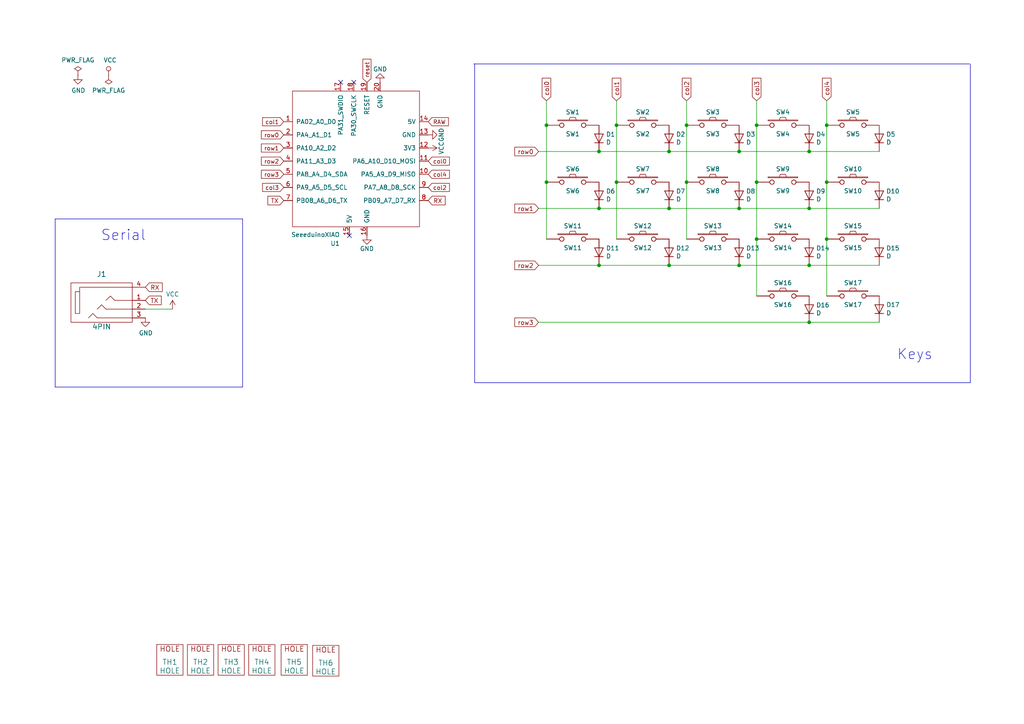
<source format=kicad_sch>
(kicad_sch (version 20230121) (generator eeschema)
  (paper "A4")
  (lib_symbols
    (symbol "Seeeduino XIAO:SeeeduinoXIAO" (pin_names (offset 1.016))
      (property "Reference" "U" (at -19.05 22.86 0))
      (property "Value" "SeeeduinoXIAO" (at -12.7 21.59 0))
      (symbol "SeeeduinoXIAO_0_1"
        (rectangle (start -19.05 20.32) (end 17.78 -19.05))
      )
      (symbol "SeeeduinoXIAO_1_1"
        (pin unspecified line (at -21.59 11.43 0) (length 2.54) (name "PA02_A0_D0") (number "1"))
        (pin unspecified line (at 20.32 -3.81 180) (length 2.54) (name "PA5_A9_D9_MISO") (number "10"))
        (pin unspecified line (at 20.32 0 180) (length 2.54) (name "PA6_A10_D10_MOSI") (number "11"))
        (pin unspecified line (at 20.32 3.81 180) (length 2.54) (name "3V3") (number "12"))
        (pin unspecified line (at 20.32 7.62 180) (length 2.54) (name "GND") (number "13"))
        (pin unspecified line (at 20.32 11.43 180) (length 2.54) (name "5V") (number "14"))
        (pin input line (at -2.54 -21.59 90) (length 2.54) (name "5V") (number "15"))
        (pin input line (at 2.54 -21.59 90) (length 2.54) (name "GND") (number "16"))
        (pin input line (at -5.08 22.86 270) (length 2.54) (name "PA31_SWDIO") (number "17"))
        (pin input line (at -1.27 22.86 270) (length 2.54) (name "PA30_SWCLK") (number "18"))
        (pin input line (at 2.54 22.86 270) (length 2.54) (name "RESET") (number "19"))
        (pin unspecified line (at -21.59 7.62 0) (length 2.54) (name "PA4_A1_D1") (number "2"))
        (pin input line (at 6.35 22.86 270) (length 2.54) (name "GND") (number "20"))
        (pin unspecified line (at -21.59 3.81 0) (length 2.54) (name "PA10_A2_D2") (number "3"))
        (pin unspecified line (at -21.59 0 0) (length 2.54) (name "PA11_A3_D3") (number "4"))
        (pin unspecified line (at -21.59 -3.81 0) (length 2.54) (name "PA8_A4_D4_SDA") (number "5"))
        (pin unspecified line (at -21.59 -7.62 0) (length 2.54) (name "PA9_A5_D5_SCL") (number "6"))
        (pin unspecified line (at -21.59 -11.43 0) (length 2.54) (name "PB08_A6_D6_TX") (number "7"))
        (pin unspecified line (at 20.32 -11.43 180) (length 2.54) (name "PB09_A7_D7_RX") (number "8"))
        (pin unspecified line (at 20.32 -7.62 180) (length 2.54) (name "PA7_A8_D8_SCK") (number "9"))
      )
    )
    (symbol "SofleKeyboard-rescue:D-Lily58-cache-Lily58_Pro-rescue" (pin_numbers hide) (pin_names (offset 1.016) hide)
      (property "Reference" "D" (at 0 2.54 0))
      (property "Value" "D-Lily58-cache-Lily58_Pro-rescue" (at 0 -2.54 0))
      (symbol "D-Lily58-cache-Lily58_Pro-rescue_0_1"
        (polyline (pts (xy -1.27 1.27) (xy -1.27 -1.27)) (stroke (width 0.2032)))
        (polyline (pts (xy 1.27 0) (xy -1.27 0)))
        (polyline (pts (xy 1.27 1.27) (xy 1.27 -1.27) (xy -1.27 0) (xy 1.27 1.27)) (stroke (width 0.2032)))
      )
      (symbol "D-Lily58-cache-Lily58_Pro-rescue_1_1"
        (pin passive line (at -3.81 0 0) (length 2.54) (name "K") (number "1"))
        (pin passive line (at 3.81 0 180) (length 2.54) (name "A") (number "2"))
      )
    )
    (symbol "SofleKeyboard-rescue:GND-Lily58-cache-Lily58_Pro-rescue" (power) (pin_names (offset 0))
      (property "Value" "GND-Lily58-cache-Lily58_Pro-rescue" (at 0 -3.81 0))
      (symbol "GND-Lily58-cache-Lily58_Pro-rescue_1_1"
        (polyline (pts (xy 0 0) (xy 0 -1.27) (xy 1.27 -1.27) (xy 0 -2.54) (xy -1.27 -1.27) (xy 0 -1.27)))
        (pin power_in line (at 0 0 0) (length 0) hide (name "GND") (number "1"))
      )
    )
    (symbol "SofleKeyboard-rescue:HOLE-Lily58-cache-Lily58_Pro-rescue" (pin_names (offset 1.016))
      (property "Reference" "U" (at 0 0 0))
      (property "Value" "HOLE-Lily58-cache-Lily58_Pro-rescue" (at 0 -5.08 0))
      (symbol "HOLE-Lily58-cache-Lily58_Pro-rescue_0_0"
        (text "HOLE" (at 0 3.81 0) (effects (font (size 1.524 1.524))))
      )
      (symbol "HOLE-Lily58-cache-Lily58_Pro-rescue_0_1"
        (rectangle (start 3.81 5.08) (end -3.81 -3.81))
      )
    )
    (symbol "SofleKeyboard-rescue:MJ-4PP-9-Lily58-cache-Lily58_Pro-rescue" (pin_names (offset 1.016))
      (property "Reference" "J" (at -8.89 -7.62 0))
      (property "Value" "MJ-4PP-9-Lily58-cache-Lily58_Pro-rescue" (at -3.81 6.35 0))
      (symbol "MJ-4PP-9-Lily58-cache-Lily58_Pro-rescue_0_1"
        (rectangle (start -7.62 2.54) (end -8.89 -3.81))
        (polyline (pts (xy 2.54 0) (xy 7.62 0)))
        (polyline (pts (xy -2.54 -5.08) (xy 7.62 -5.08) (xy 7.62 -5.08)))
        (polyline (pts (xy 0 -2.54) (xy -1.27 -1.27) (xy -2.54 -2.54)))
        (polyline (pts (xy 0 0) (xy 1.27 1.27) (xy 2.54 0)))
        (polyline (pts (xy 7.62 3.81) (xy -7.62 3.81) (xy -7.62 2.54)))
        (polyline (pts (xy -2.54 -5.08) (xy -3.81 -3.81) (xy -5.08 -5.08) (xy -5.08 -5.08)))
        (polyline (pts (xy 0 -2.54) (xy 7.62 -2.54) (xy 7.62 -2.54) (xy 7.62 -2.54)))
        (rectangle (start 7.62 -6.35) (end -10.16 5.08))
      )
      (symbol "MJ-4PP-9-Lily58-cache-Lily58_Pro-rescue_1_1"
        (pin passive line (at 11.43 0 180) (length 3.81) (name "~") (number "1"))
        (pin passive line (at 11.43 -2.54 180) (length 3.81) (name "~") (number "2"))
        (pin passive line (at 11.43 -5.08 180) (length 3.81) (name "~") (number "3"))
        (pin passive line (at 11.43 3.81 180) (length 3.81) (name "~") (number "4"))
      )
    )
    (symbol "SofleKeyboard-rescue:PWR_FLAG-Lily58-cache-Lily58_Pro-rescue" (power) (pin_numbers hide) (pin_names (offset 0) hide)
      (property "Value" "PWR_FLAG-Lily58-cache-Lily58_Pro-rescue" (at 0 3.81 0))
      (symbol "PWR_FLAG-Lily58-cache-Lily58_Pro-rescue_0_0"
        (pin power_out line (at 0 0 90) (length 0) (name "pwr") (number "1"))
      )
      (symbol "PWR_FLAG-Lily58-cache-Lily58_Pro-rescue_0_1"
        (polyline (pts (xy 0 0) (xy 0 1.27) (xy -1.016 1.905) (xy 0 2.54) (xy 1.016 1.905) (xy 0 1.27)))
      )
    )
    (symbol "SofleKeyboard-rescue:SW_PUSH-Lily58-cache-Lily58_Pro-rescue" (pin_numbers hide) (pin_names (offset 1.016) hide)
      (property "Reference" "SW" (at 3.81 2.794 0))
      (property "Value" "SW_PUSH-Lily58-cache-Lily58_Pro-rescue" (at 0 -2.032 0))
      (symbol "SW_PUSH-Lily58-cache-Lily58_Pro-rescue_0_1"
        (rectangle (start -4.318 1.27) (end 4.318 1.524))
        (polyline (pts (xy -1.016 1.524) (xy -0.762 2.286) (xy 0.762 2.286) (xy 1.016 1.524)))
        (pin passive inverted (at -7.62 0 0) (length 5.08) (name "1") (number "1"))
        (pin passive inverted (at 7.62 0 180) (length 5.08) (name "2") (number "2"))
      )
    )
    (symbol "SofleKeyboard-rescue:VCC-Lily58-cache-Lily58_Pro-rescue" (power) (pin_names (offset 0))
      (property "Value" "VCC-Lily58-cache-Lily58_Pro-rescue" (at 0 3.81 0))
      (symbol "VCC-Lily58-cache-Lily58_Pro-rescue_0_1"
        (polyline (pts (xy 0 0) (xy 0 1.27)))
        (circle (center 0 1.905) (radius 0.635))
      )
      (symbol "VCC-Lily58-cache-Lily58_Pro-rescue_1_1"
        (pin power_in line (at 0 0 90) (length 0) hide (name "VCC") (number "1"))
      )
    )
    (symbol "power:GND" (power) (pin_names (offset 0))
      (property "Value" "GND" (at 0 -3.81 0))
      (symbol "GND_0_1"
        (polyline (pts (xy 0 0) (xy 0 -1.27) (xy 1.27 -1.27) (xy 0 -2.54) (xy -1.27 -1.27) (xy 0 -1.27)))
      )
      (symbol "GND_1_1"
        (pin power_in line (at 0 0 270) (length 0) hide (name "GND") (number "1"))
      )
    )
    (symbol "power:VCC" (power) (pin_names (offset 0))
      (property "Value" "VCC" (at 0 3.81 0))
      (symbol "VCC_0_1"
        (polyline (pts (xy -0.762 1.27) (xy 0 2.54)))
        (polyline (pts (xy 0 0) (xy 0 2.54)))
        (polyline (pts (xy 0 2.54) (xy 0.762 1.27)))
      )
      (symbol "VCC_1_1"
        (pin power_in line (at 0 0 90) (length 0) hide (name "VCC") (number "1"))
      )
    )
  )
  (junction (at 219.456 52.832))
  (junction (at 173.736 76.962))
  (junction (at 173.736 43.942))
  (junction (at 158.496 52.832))
  (junction (at 239.776 36.322))
  (junction (at 173.736 60.452))
  (junction (at 194.056 60.452))
  (junction (at 239.776 69.342))
  (junction (at 234.696 43.942))
  (junction (at 239.776 52.832))
  (junction (at 214.376 43.942))
  (junction (at 199.136 52.832))
  (junction (at 178.816 52.832))
  (junction (at 219.456 69.342))
  (junction (at 234.696 60.452))
  (junction (at 178.816 36.322))
  (junction (at 234.696 93.472))
  (junction (at 214.376 76.962))
  (junction (at 194.056 43.942))
  (junction (at 214.376 60.452))
  (junction (at 219.456 36.322))
  (junction (at 158.496 36.322))
  (junction (at 194.056 76.962))
  (junction (at 234.696 76.962))
  (junction (at 199.136 36.322))
  (no_connect (at 102.616 23.876))
  (no_connect (at 101.346 68.326))
  (no_connect (at 98.806 23.876))
  (wire (pts (xy 173.736 76.962) (xy 194.056 76.962)))
  (polyline (pts (xy 137.414 18.542) (xy 281.178 18.542)))
  (wire (pts (xy 178.816 29.21) (xy 178.816 36.322)))
  (wire (pts (xy 158.496 29.21) (xy 158.496 36.322)))
  (wire (pts (xy 214.376 60.452) (xy 234.696 60.452)))
  (wire (pts (xy 156.21 43.942) (xy 173.736 43.942)))
  (wire (pts (xy 214.376 76.962) (xy 234.696 76.962)))
  (wire (pts (xy 173.736 43.942) (xy 194.056 43.942)))
  (polyline (pts (xy 16.002 63.5) (xy 70.358 63.5)))
  (polyline (pts (xy 16.002 112.268) (xy 16.002 63.5)))
  (wire (pts (xy 234.696 60.452) (xy 255.016 60.452)))
  (polyline (pts (xy 281.432 18.542) (xy 281.432 110.998)))
  (wire (pts (xy 234.696 93.472) (xy 255.016 93.472)))
  (polyline (pts (xy 70.358 63.5) (xy 70.358 112.268)))
  (wire (pts (xy 158.496 52.832) (xy 158.496 69.342)))
  (wire (pts (xy 194.056 43.942) (xy 214.376 43.942)))
  (wire (pts (xy 194.056 60.452) (xy 214.376 60.452)))
  (polyline (pts (xy 70.358 112.268) (xy 16.002 112.268)))
  (wire (pts (xy 178.816 52.832) (xy 178.816 69.342)))
  (wire (pts (xy 178.816 36.322) (xy 178.816 52.832)))
  (wire (pts (xy 199.136 29.21) (xy 199.136 36.322)))
  (polyline (pts (xy 281.432 110.998) (xy 137.668 110.998)))
  (wire (pts (xy 239.776 29.21) (xy 239.776 36.322)))
  (wire (pts (xy 156.21 60.452) (xy 173.736 60.452)))
  (wire (pts (xy 158.496 36.322) (xy 158.496 52.832)))
  (wire (pts (xy 234.696 43.942) (xy 255.016 43.942)))
  (polyline (pts (xy 137.668 18.542) (xy 137.668 110.998)))
  (wire (pts (xy 199.136 52.832) (xy 199.136 69.342)))
  (wire (pts (xy 234.696 76.962) (xy 255.016 76.962)))
  (wire (pts (xy 42.164 89.662) (xy 50.038 89.662)))
  (wire (pts (xy 219.456 36.322) (xy 219.456 52.832)))
  (wire (pts (xy 156.21 76.962) (xy 173.736 76.962)))
  (wire (pts (xy 219.456 69.342) (xy 219.456 85.852)))
  (wire (pts (xy 239.776 69.342) (xy 239.776 85.852)))
  (wire (pts (xy 214.376 43.942) (xy 234.696 43.942)))
  (wire (pts (xy 156.21 93.472) (xy 234.696 93.472)))
  (wire (pts (xy 173.736 60.452) (xy 194.056 60.452)))
  (wire (pts (xy 239.776 36.322) (xy 239.776 52.832)))
  (wire (pts (xy 219.456 29.21) (xy 219.456 36.322)))
  (wire (pts (xy 239.776 52.832) (xy 239.776 69.342)))
  (wire (pts (xy 194.056 76.962) (xy 214.376 76.962)))
  (wire (pts (xy 199.136 36.322) (xy 199.136 52.832)))
  (wire (pts (xy 219.456 52.832) (xy 219.456 69.342)))
  (text "Keys" (at 260.096 104.648 0) (effects (font (size 2.9972 2.9972)) (justify left bottom)))
  (text "Serial" (at 29.21 70.104 0) (effects (font (size 2.9972 2.9972)) (justify left bottom)))
  (global_label "row2" (shape input) (at 156.21 76.962 180) (property "Intersheetrefs" "${INTERSHEET_REFS}" (effects hide)))
  (global_label "reset" (shape input) (at 106.426 23.876 90) (effects (font (size 1.1938 1.1938))) (property "Intersheetrefs" "${INTERSHEET_REFS}" (effects hide)))
  (global_label "RX" (shape input) (at 42.164 83.312 0) (property "Intersheetrefs" "${INTERSHEET_REFS}" (effects hide)))
  (global_label "RAW" (shape input) (at 124.206 35.306 0) (effects (font (size 1.1938 1.1938))) (property "Intersheetrefs" "${INTERSHEET_REFS}" (effects hide)))
  (global_label "col2" (shape input) (at 124.206 54.356 0) (effects (font (size 1.1938 1.1938))) (property "Intersheetrefs" "${INTERSHEET_REFS}" (effects hide)))
  (global_label "RX" (shape input) (at 124.206 58.166 0) (property "Intersheetrefs" "${INTERSHEET_REFS}" (effects hide)))
  (global_label "row1" (shape input) (at 82.296 42.926 180) (effects (font (size 1.1938 1.1938))) (property "Intersheetrefs" "${INTERSHEET_REFS}" (effects hide)))
  (global_label "row2" (shape input) (at 82.296 46.736 180) (effects (font (size 1.1938 1.1938))) (property "Intersheetrefs" "${INTERSHEET_REFS}" (effects hide)))
  (global_label "TX" (shape input) (at 82.296 58.166 180) (property "Intersheetrefs" "${INTERSHEET_REFS}" (effects hide)))
  (global_label "row3" (shape input) (at 156.21 93.472 180) (property "Intersheetrefs" "${INTERSHEET_REFS}" (effects hide)))
  (global_label "col4" (shape input) (at 124.206 50.546 0) (effects (font (size 1.1938 1.1938))) (property "Intersheetrefs" "${INTERSHEET_REFS}" (effects hide)))
  (global_label "row0" (shape input) (at 156.21 43.942 180) (property "Intersheetrefs" "${INTERSHEET_REFS}" (effects hide)))
  (global_label "row1" (shape input) (at 156.21 60.452 180) (property "Intersheetrefs" "${INTERSHEET_REFS}" (effects hide)))
  (global_label "row3" (shape input) (at 82.296 50.546 180) (effects (font (size 1.1938 1.1938))) (property "Intersheetrefs" "${INTERSHEET_REFS}" (effects hide)))
  (global_label "TX" (shape input) (at 42.164 87.122 0) (property "Intersheetrefs" "${INTERSHEET_REFS}" (effects hide)))
  (global_label "col3" (shape input) (at 219.456 29.21 90) (property "Intersheetrefs" "${INTERSHEET_REFS}" (effects hide)))
  (global_label "col2" (shape input) (at 199.136 29.21 90) (property "Intersheetrefs" "${INTERSHEET_REFS}" (effects hide)))
  (global_label "col3" (shape input) (at 82.296 54.356 180) (effects (font (size 1.1938 1.1938))) (property "Intersheetrefs" "${INTERSHEET_REFS}" (effects hide)))
  (global_label "col4" (shape input) (at 239.776 29.21 90) (property "Intersheetrefs" "${INTERSHEET_REFS}" (effects hide)))
  (global_label "col0" (shape input) (at 124.206 46.736 0) (effects (font (size 1.1938 1.1938))) (property "Intersheetrefs" "${INTERSHEET_REFS}" (effects hide)))
  (global_label "col1" (shape input) (at 178.816 29.21 90) (property "Intersheetrefs" "${INTERSHEET_REFS}" (effects hide)))
  (global_label "row0" (shape input) (at 82.296 39.116 180) (effects (font (size 1.1938 1.1938))) (property "Intersheetrefs" "${INTERSHEET_REFS}" (effects hide)))
  (global_label "col1" (shape input) (at 82.296 35.306 180) (effects (font (size 1.1938 1.1938))) (property "Intersheetrefs" "${INTERSHEET_REFS}" (effects hide)))
  (global_label "col0" (shape input) (at 158.496 29.21 90) (property "Intersheetrefs" "${INTERSHEET_REFS}" (effects hide)))
  (symbol (lib_id "SofleKeyboard-rescue:SW_PUSH-Lily58-cache-Lily58_Pro-rescue") (at 166.116 36.322 0) (unit 1)
    (property "Reference" "SW1" (at 166.116 32.512 0))
    (property "Value" "SW1" (at 166.116 38.862 0))
    (property "Footprint" "jw_custom_footprint:Kailh_Choc_PG1350_Hotswap_reversible" (effects hide))
  )
  (symbol (lib_id "SofleKeyboard-rescue:SW_PUSH-Lily58-cache-Lily58_Pro-rescue") (at 186.436 36.322 0) (unit 1)
    (property "Reference" "SW2" (at 186.436 32.512 0))
    (property "Value" "SW2" (at 186.436 38.862 0))
    (property "Footprint" "jw_custom_footprint:Kailh_Choc_PG1350_Hotswap_reversible" (effects hide))
  )
  (symbol (lib_id "SofleKeyboard-rescue:SW_PUSH-Lily58-cache-Lily58_Pro-rescue") (at 206.756 36.322 0) (unit 1)
    (property "Reference" "SW3" (at 206.756 32.512 0))
    (property "Value" "SW3" (at 206.756 38.862 0))
    (property "Footprint" "jw_custom_footprint:Kailh_Choc_PG1350_Hotswap_reversible" (effects hide))
  )
  (symbol (lib_id "SofleKeyboard-rescue:SW_PUSH-Lily58-cache-Lily58_Pro-rescue") (at 227.076 36.322 0) (unit 1)
    (property "Reference" "SW4" (at 227.076 32.512 0))
    (property "Value" "SW4" (at 227.076 38.862 0))
    (property "Footprint" "jw_custom_footprint:Kailh_Choc_PG1350_Hotswap_reversible" (effects hide))
  )
  (symbol (lib_id "SofleKeyboard-rescue:SW_PUSH-Lily58-cache-Lily58_Pro-rescue") (at 247.396 36.322 0) (unit 1)
    (property "Reference" "SW5" (at 247.396 32.512 0))
    (property "Value" "SW5" (at 247.396 38.862 0))
    (property "Footprint" "jw_custom_footprint:Kailh_Choc_PG1350_Hotswap_reversible" (effects hide))
  )
  (symbol (lib_id "SofleKeyboard-rescue:D-Lily58-cache-Lily58_Pro-rescue") (at 173.736 40.132 90) (unit 1)
    (property "Reference" "D1" (at 175.7426 38.9636 90) (effects (justify right)))
    (property "Value" "D" (at 175.7426 41.275 90) (effects (justify right)))
    (property "Footprint" "jw_custom_footprint:Diode_SOD123_wo_THT" (effects hide))
  )
  (symbol (lib_id "SofleKeyboard-rescue:D-Lily58-cache-Lily58_Pro-rescue") (at 194.056 40.132 90) (unit 1)
    (property "Reference" "D2" (at 196.0626 38.9636 90) (effects (justify right)))
    (property "Value" "D" (at 196.0626 41.275 90) (effects (justify right)))
    (property "Footprint" "jw_custom_footprint:Diode_SOD123_wo_THT" (effects hide))
  )
  (symbol (lib_id "SofleKeyboard-rescue:D-Lily58-cache-Lily58_Pro-rescue") (at 214.376 40.132 90) (unit 1)
    (property "Reference" "D3" (at 216.3826 38.9636 90) (effects (justify right)))
    (property "Value" "D" (at 216.3826 41.275 90) (effects (justify right)))
    (property "Footprint" "jw_custom_footprint:Diode_SOD123_wo_THT" (effects hide))
  )
  (symbol (lib_id "SofleKeyboard-rescue:D-Lily58-cache-Lily58_Pro-rescue") (at 234.696 40.132 90) (unit 1)
    (property "Reference" "D4" (at 236.7026 38.9636 90) (effects (justify right)))
    (property "Value" "D" (at 236.7026 41.275 90) (effects (justify right)))
    (property "Footprint" "jw_custom_footprint:Diode_SOD123_wo_THT" (effects hide))
  )
  (symbol (lib_id "SofleKeyboard-rescue:D-Lily58-cache-Lily58_Pro-rescue") (at 255.016 40.132 90) (unit 1)
    (property "Reference" "D5" (at 257.0226 38.9636 90) (effects (justify right)))
    (property "Value" "D" (at 257.0226 41.275 90) (effects (justify right)))
    (property "Footprint" "jw_custom_footprint:Diode_SOD123_wo_THT" (effects hide))
  )
  (symbol (lib_id "SofleKeyboard-rescue:D-Lily58-cache-Lily58_Pro-rescue") (at 173.736 56.642 90) (unit 1)
    (property "Reference" "D6" (at 175.7426 55.4736 90) (effects (justify right)))
    (property "Value" "D" (at 175.7426 57.785 90) (effects (justify right)))
    (property "Footprint" "jw_custom_footprint:Diode_SOD123_wo_THT" (effects hide))
  )
  (symbol (lib_id "SofleKeyboard-rescue:D-Lily58-cache-Lily58_Pro-rescue") (at 194.056 56.642 90) (unit 1)
    (property "Reference" "D7" (at 196.0626 55.4736 90) (effects (justify right)))
    (property "Value" "D" (at 196.0626 57.785 90) (effects (justify right)))
    (property "Footprint" "jw_custom_footprint:Diode_SOD123_wo_THT" (effects hide))
  )
  (symbol (lib_id "SofleKeyboard-rescue:D-Lily58-cache-Lily58_Pro-rescue") (at 214.376 56.642 90) (unit 1)
    (property "Reference" "D8" (at 216.3826 55.4736 90) (effects (justify right)))
    (property "Value" "D" (at 216.3826 57.785 90) (effects (justify right)))
    (property "Footprint" "jw_custom_footprint:Diode_SOD123_wo_THT" (effects hide))
  )
  (symbol (lib_id "SofleKeyboard-rescue:D-Lily58-cache-Lily58_Pro-rescue") (at 234.696 56.642 90) (unit 1)
    (property "Reference" "D9" (at 236.7026 55.4736 90) (effects (justify right)))
    (property "Value" "D" (at 236.7026 57.785 90) (effects (justify right)))
    (property "Footprint" "jw_custom_footprint:Diode_SOD123_wo_THT" (effects hide))
  )
  (symbol (lib_id "SofleKeyboard-rescue:D-Lily58-cache-Lily58_Pro-rescue") (at 255.016 56.642 90) (unit 1)
    (property "Reference" "D10" (at 257.0226 55.4736 90) (effects (justify right)))
    (property "Value" "D" (at 257.0226 57.785 90) (effects (justify right)))
    (property "Footprint" "jw_custom_footprint:Diode_SOD123_wo_THT" (effects hide))
  )
  (symbol (lib_id "SofleKeyboard-rescue:D-Lily58-cache-Lily58_Pro-rescue") (at 173.736 73.152 90) (unit 1)
    (property "Reference" "D11" (at 175.7426 71.9836 90) (effects (justify right)))
    (property "Value" "D" (at 175.7426 74.295 90) (effects (justify right)))
    (property "Footprint" "jw_custom_footprint:Diode_SOD123_wo_THT" (effects hide))
  )
  (symbol (lib_id "SofleKeyboard-rescue:D-Lily58-cache-Lily58_Pro-rescue") (at 194.056 73.152 90) (unit 1)
    (property "Reference" "D12" (at 196.0626 71.9836 90) (effects (justify right)))
    (property "Value" "D" (at 196.0626 74.295 90) (effects (justify right)))
    (property "Footprint" "jw_custom_footprint:Diode_SOD123_wo_THT" (effects hide))
  )
  (symbol (lib_id "SofleKeyboard-rescue:D-Lily58-cache-Lily58_Pro-rescue") (at 214.376 73.152 90) (unit 1)
    (property "Reference" "D13" (at 216.3826 71.9836 90) (effects (justify right)))
    (property "Value" "D" (at 216.3826 74.295 90) (effects (justify right)))
    (property "Footprint" "jw_custom_footprint:Diode_SOD123_wo_THT" (effects hide))
  )
  (symbol (lib_id "SofleKeyboard-rescue:D-Lily58-cache-Lily58_Pro-rescue") (at 234.696 73.152 90) (unit 1)
    (property "Reference" "D14" (at 236.7026 71.9836 90) (effects (justify right)))
    (property "Value" "D" (at 236.7026 74.295 90) (effects (justify right)))
    (property "Footprint" "jw_custom_footprint:Diode_SOD123_wo_THT" (effects hide))
  )
  (symbol (lib_id "SofleKeyboard-rescue:D-Lily58-cache-Lily58_Pro-rescue") (at 255.016 73.152 90) (unit 1)
    (property "Reference" "D15" (at 257.0226 71.9836 90) (effects (justify right)))
    (property "Value" "D" (at 257.0226 74.295 90) (effects (justify right)))
    (property "Footprint" "jw_custom_footprint:Diode_SOD123_wo_THT" (effects hide))
  )
  (symbol (lib_id "SofleKeyboard-rescue:D-Lily58-cache-Lily58_Pro-rescue") (at 255.016 89.662 90) (unit 1)
    (property "Reference" "D17" (at 257.048 88.392 90) (effects (justify right)))
    (property "Value" "D" (at 257.0226 90.805 90) (effects (justify right)))
    (property "Footprint" "jw_custom_footprint:Diode_SOD123_wo_THT" (effects hide))
  )
  (symbol (lib_id "SofleKeyboard-rescue:PWR_FLAG-Lily58-cache-Lily58_Pro-rescue") (at 22.606 21.844 0) (unit 1)
    (property "Reference" "#FLG01" (effects hide))
    (property "Value" "PWR_FLAG" (at 22.606 17.4244 0))
  )
  (symbol (lib_id "SofleKeyboard-rescue:GND-Lily58-cache-Lily58_Pro-rescue") (at 22.606 21.844 0) (unit 1)
    (property "Reference" "#PWR01" (effects hide))
    (property "Value" "GND" (at 22.733 26.2382 0))
  )
  (symbol (lib_id "SofleKeyboard-rescue:VCC-Lily58-cache-Lily58_Pro-rescue") (at 31.496 21.844 0) (unit 1)
    (property "Reference" "#PWR02" (effects hide))
    (property "Value" "VCC" (at 31.9278 17.4498 0))
  )
  (symbol (lib_id "SofleKeyboard-rescue:PWR_FLAG-Lily58-cache-Lily58_Pro-rescue") (at 31.496 21.844 180) (unit 1)
    (property "Reference" "#FLG02" (effects hide))
    (property "Value" "PWR_FLAG" (at 31.496 26.2382 0))
  )
  (symbol (lib_id "SofleKeyboard-rescue:SW_PUSH-Lily58-cache-Lily58_Pro-rescue") (at 247.396 85.852 0) (unit 1)
    (property "Reference" "SW17" (at 247.396 82.042 0))
    (property "Value" "SW17" (at 247.396 88.392 0))
    (property "Footprint" "jw_custom_footprint:Kailh_Choc_PG1350_Hotswap_reversible" (effects hide))
  )
  (symbol (lib_id "SofleKeyboard-rescue:SW_PUSH-Lily58-cache-Lily58_Pro-rescue") (at 206.756 52.832 0) (unit 1)
    (property "Reference" "SW8" (at 206.756 49.022 0))
    (property "Value" "SW8" (at 206.756 55.372 0))
    (property "Footprint" "jw_custom_footprint:Kailh_Choc_PG1350_Hotswap_reversible" (effects hide))
  )
  (symbol (lib_id "SofleKeyboard-rescue:SW_PUSH-Lily58-cache-Lily58_Pro-rescue") (at 227.076 52.832 0) (unit 1)
    (property "Reference" "SW9" (at 227.076 49.022 0))
    (property "Value" "SW9" (at 227.076 55.372 0))
    (property "Footprint" "jw_custom_footprint:Kailh_Choc_PG1350_Hotswap_reversible" (effects hide))
  )
  (symbol (lib_id "SofleKeyboard-rescue:SW_PUSH-Lily58-cache-Lily58_Pro-rescue") (at 247.396 69.342 0) (unit 1)
    (property "Reference" "SW15" (at 247.396 65.532 0))
    (property "Value" "SW15" (at 247.396 71.882 0))
    (property "Footprint" "jw_custom_footprint:Kailh_Choc_PG1350_Hotswap_reversible" (effects hide))
  )
  (symbol (lib_id "SofleKeyboard-rescue:HOLE-Lily58-cache-Lily58_Pro-rescue") (at 75.946 192.024 0) (unit 1)
    (property "Reference" "TH4" (at 75.946 192.024 0) (effects (font (size 1.524 1.524))))
    (property "Value" "HOLE" (at 75.946 194.564 0) (effects (font (size 1.524 1.524))))
    (property "Footprint" "MountingHole:MountingHole_3.2mm_M3" (effects hide))
  )
  (symbol (lib_id "SofleKeyboard-rescue:HOLE-Lily58-cache-Lily58_Pro-rescue") (at 67.056 192.024 0) (unit 1)
    (property "Reference" "TH3" (at 67.056 192.024 0) (effects (font (size 1.524 1.524))))
    (property "Value" "HOLE" (at 67.056 194.564 0) (effects (font (size 1.524 1.524))))
    (property "Footprint" "MountingHole:MountingHole_3.2mm_M3" (effects hide))
  )
  (symbol (lib_id "power:GND") (at 124.206 39.116 90) (unit 1)
    (property "Reference" "#PWR016" (effects hide))
    (property "Value" "GND" (at 128.016 39.116 0))
  )
  (symbol (lib_id "SofleKeyboard-rescue:SW_PUSH-Lily58-cache-Lily58_Pro-rescue") (at 186.436 69.342 0) (unit 1)
    (property "Reference" "SW12" (at 186.436 65.532 0))
    (property "Value" "SW12" (at 186.436 71.882 0))
    (property "Footprint" "jw_custom_footprint:Kailh_Choc_PG1350_Hotswap_reversible" (effects hide))
  )
  (symbol (lib_id "SofleKeyboard-rescue:SW_PUSH-Lily58-cache-Lily58_Pro-rescue") (at 227.076 85.852 0) (unit 1)
    (property "Reference" "SW16" (at 227.076 82.042 0))
    (property "Value" "SW16" (at 227.076 88.392 0))
    (property "Footprint" "jw_custom_footprint:Kailh_Choc_PG1350_Hotswap_reversible" (effects hide))
  )
  (symbol (lib_id "Seeeduino XIAO:SeeeduinoXIAO") (at 103.886 46.736 0) (unit 1)
    (property "Reference" "U1" (at 98.5773 70.612 0) (effects (justify right)))
    (property "Value" "SeeeduinoXIAO" (at 98.5773 68.072 0) (effects (justify right)))
    (property "Footprint" "jw_custom_footprint:Xiao THT jumper pad_big_hole_flipped" (effects hide))
  )
  (symbol (lib_id "SofleKeyboard-rescue:SW_PUSH-Lily58-cache-Lily58_Pro-rescue") (at 186.436 52.832 0) (unit 1)
    (property "Reference" "SW7" (at 186.436 49.022 0))
    (property "Value" "SW7" (at 186.436 55.372 0))
    (property "Footprint" "jw_custom_footprint:Kailh_Choc_PG1350_Hotswap_reversible" (effects hide))
  )
  (symbol (lib_id "SofleKeyboard-rescue:HOLE-Lily58-cache-Lily58_Pro-rescue") (at 94.488 192.278 0) (unit 1)
    (property "Reference" "TH6" (at 94.488 192.278 0) (effects (font (size 1.524 1.524))))
    (property "Value" "HOLE" (at 94.488 194.818 0) (effects (font (size 1.524 1.524))))
    (property "Footprint" "MountingHole:MountingHole_3.2mm_M3" (effects hide))
  )
  (symbol (lib_id "SofleKeyboard-rescue:HOLE-Lily58-cache-Lily58_Pro-rescue") (at 49.276 192.024 0) (unit 1)
    (property "Reference" "TH1" (at 49.276 192.024 0) (effects (font (size 1.524 1.524))))
    (property "Value" "HOLE" (at 49.276 194.564 0) (effects (font (size 1.524 1.524))))
    (property "Footprint" "MountingHole:MountingHole_3.2mm_M3" (effects hide))
  )
  (symbol (lib_id "SofleKeyboard-rescue:HOLE-Lily58-cache-Lily58_Pro-rescue") (at 85.344 192.024 0) (unit 1)
    (property "Reference" "TH5" (at 85.344 192.024 0) (effects (font (size 1.524 1.524))))
    (property "Value" "HOLE" (at 85.344 194.564 0) (effects (font (size 1.524 1.524))))
    (property "Footprint" "MountingHole:MountingHole_3.2mm_M3" (effects hide))
  )
  (symbol (lib_id "power:VCC") (at 50.038 89.662 0) (unit 1)
    (property "Reference" "#PWR0101" (effects hide))
    (property "Value" "VCC" (at 50.038 85.344 0))
  )
  (symbol (lib_id "SofleKeyboard-rescue:SW_PUSH-Lily58-cache-Lily58_Pro-rescue") (at 227.076 69.342 0) (unit 1)
    (property "Reference" "SW14" (at 227.076 65.532 0))
    (property "Value" "SW14" (at 227.076 71.882 0))
    (property "Footprint" "jw_custom_footprint:Kailh_Choc_PG1350_Hotswap_reversible" (effects hide))
  )
  (symbol (lib_id "power:GND") (at 110.236 23.876 180) (unit 1)
    (property "Reference" "#PWR017" (effects hide))
    (property "Value" "GND" (at 110.236 20.066 0))
  )
  (symbol (lib_id "power:VCC") (at 124.206 42.926 270) (unit 1)
    (property "Reference" "#PWR010" (effects hide))
    (property "Value" "VCC" (at 128.016 42.926 0))
  )
  (symbol (lib_id "SofleKeyboard-rescue:HOLE-Lily58-cache-Lily58_Pro-rescue") (at 58.166 192.024 0) (unit 1)
    (property "Reference" "TH2" (at 58.166 192.024 0) (effects (font (size 1.524 1.524))))
    (property "Value" "HOLE" (at 58.166 194.564 0) (effects (font (size 1.524 1.524))))
    (property "Footprint" "MountingHole:MountingHole_3.2mm_M3" (effects hide))
  )
  (symbol (lib_id "SofleKeyboard-rescue:SW_PUSH-Lily58-cache-Lily58_Pro-rescue") (at 206.756 69.342 0) (unit 1)
    (property "Reference" "SW13" (at 206.756 65.532 0))
    (property "Value" "SW13" (at 206.756 71.882 0))
    (property "Footprint" "jw_custom_footprint:Kailh_Choc_PG1350_Hotswap_reversible" (effects hide))
  )
  (symbol (lib_id "SofleKeyboard-rescue:SW_PUSH-Lily58-cache-Lily58_Pro-rescue") (at 247.396 52.832 0) (unit 1)
    (property "Reference" "SW10" (at 247.396 49.022 0))
    (property "Value" "SW10" (at 247.396 55.372 0))
    (property "Footprint" "jw_custom_footprint:Kailh_Choc_PG1350_Hotswap_reversible" (effects hide))
  )
  (symbol (lib_id "SofleKeyboard-rescue:SW_PUSH-Lily58-cache-Lily58_Pro-rescue") (at 166.116 52.832 0) (unit 1)
    (property "Reference" "SW6" (at 166.116 49.022 0))
    (property "Value" "SW6" (at 166.116 55.372 0))
    (property "Footprint" "jw_custom_footprint:Kailh_Choc_PG1350_Hotswap_reversible" (effects hide))
  )
  (symbol (lib_id "power:GND") (at 42.164 92.202 0) (unit 1)
    (property "Reference" "#PWR0102" (effects hide))
    (property "Value" "GND" (at 42.291 96.5962 0))
  )
  (symbol (lib_id "SofleKeyboard-rescue:MJ-4PP-9-Lily58-cache-Lily58_Pro-rescue") (at 30.734 87.122 0) (unit 1)
    (property "Reference" "J1" (at 29.464 79.502 0) (effects (font (size 1.524 1.524))))
    (property "Value" "4PIN" (at 29.464 94.742 0) (effects (font (size 1.524 1.524))))
    (property "Footprint" "jw_custom_footprint:MJ-4PP-9" (effects hide))
  )
  (symbol (lib_id "SofleKeyboard-rescue:SW_PUSH-Lily58-cache-Lily58_Pro-rescue") (at 166.116 69.342 0) (unit 1)
    (property "Reference" "SW11" (at 166.116 65.532 0))
    (property "Value" "SW11" (at 166.116 71.882 0))
    (property "Footprint" "jw_custom_footprint:Kailh_Choc_PG1350_Hotswap_reversible" (effects hide))
  )
  (symbol (lib_id "SofleKeyboard-rescue:D-Lily58-cache-Lily58_Pro-rescue") (at 234.696 89.662 90) (unit 1)
    (property "Reference" "D16" (at 236.7026 88.4936 90) (effects (justify right)))
    (property "Value" "D" (at 236.7026 90.805 90) (effects (justify right)))
    (property "Footprint" "jw_custom_footprint:Diode_SOD123_wo_THT" (effects hide))
  )
  (symbol (lib_id "power:GND") (at 106.426 68.326 0) (unit 1)
    (property "Reference" "#PWR07" (effects hide))
    (property "Value" "GND" (at 106.426 72.136 0))
  )
)
</source>
